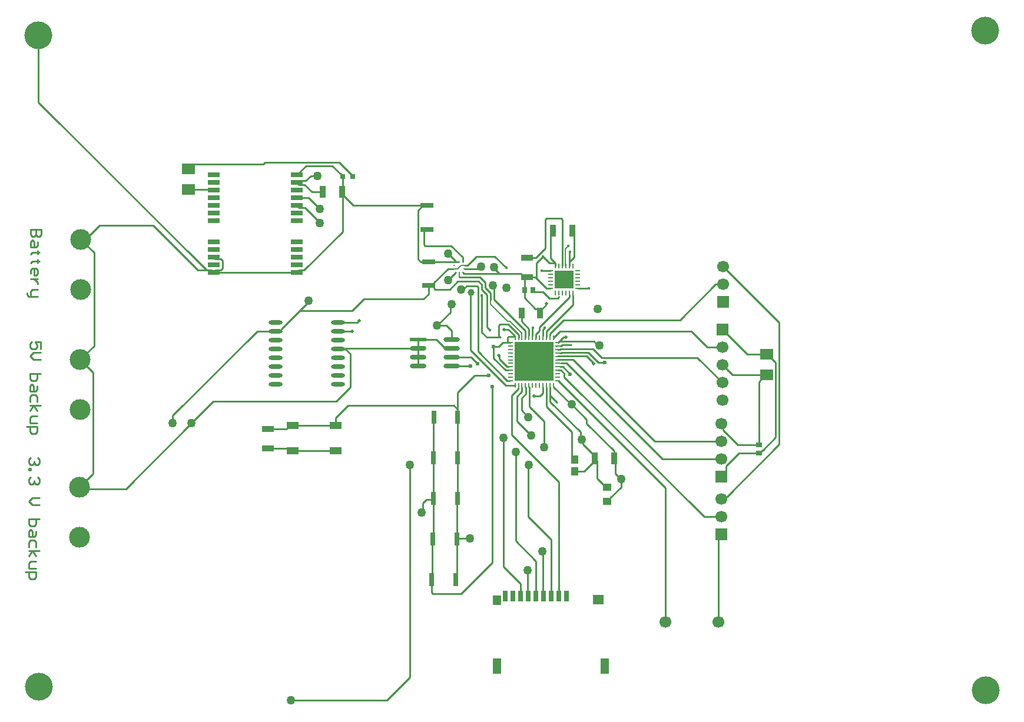
<source format=gbr>
%TF.GenerationSoftware,Altium Limited,Altium Designer,25.8.1 (18)*%
G04 Layer_Physical_Order=1*
G04 Layer_Color=255*
%FSLAX45Y45*%
%MOMM*%
%TF.SameCoordinates,56FEC790-4A4F-4F9A-8951-50DBF4044865*%
%TF.FilePolarity,Positive*%
%TF.FileFunction,Copper,L1,Top,Signal*%
%TF.Part,Single*%
G01*
G75*
%TA.AperFunction,Conductor*%
%ADD10C,0.25400*%
%TA.AperFunction,SMDPad,CuDef*%
%ADD11O,0.25000X0.80000*%
%ADD12R,0.95606X1.60981*%
%ADD13R,0.27500X0.25000*%
%ADD14R,0.25000X0.27500*%
%ADD15R,0.25000X0.80000*%
%ADD16R,2.70000X2.60000*%
%ADD17R,0.80000X0.25000*%
%ADD18R,5.60000X5.60000*%
%ADD19O,0.80000X0.25000*%
%ADD20R,0.70000X1.60000*%
%ADD21R,1.80000X0.80000*%
%ADD22O,2.00000X0.60000*%
G04:AMPARAMS|DCode=23|XSize=2.37707mm|YSize=0.62213mm|CornerRadius=0.31107mm|HoleSize=0mm|Usage=FLASHONLY|Rotation=0.000|XOffset=0mm|YOffset=0mm|HoleType=Round|Shape=RoundedRectangle|*
%AMROUNDEDRECTD23*
21,1,2.37707,0.00000,0,0,0.0*
21,1,1.75494,0.62213,0,0,0.0*
1,1,0.62213,0.87747,0.00000*
1,1,0.62213,-0.87747,0.00000*
1,1,0.62213,-0.87747,0.00000*
1,1,0.62213,0.87747,0.00000*
%
%ADD23ROUNDEDRECTD23*%
%ADD24R,1.01213X1.15814*%
%ADD25R,0.95000X1.70000*%
%ADD26R,1.85822X1.60376*%
%ADD27R,0.90000X0.75000*%
%ADD28R,1.25000X1.00000*%
%ADD29R,1.90620X0.75620*%
%ADD30R,0.75620X1.90620*%
%ADD31R,1.70000X0.95000*%
%ADD32R,0.75000X0.90000*%
%ADD33R,2.37707X0.62213*%
%ADD34R,0.70000X0.80000*%
%ADD35R,1.80000X1.10000*%
%ADD36R,1.20000X1.40000*%
%ADD37R,1.20000X2.20000*%
%ADD38R,1.60000X1.40000*%
%TA.AperFunction,Conductor*%
%ADD39C,0.12700*%
%TA.AperFunction,NonConductor*%
%ADD40C,0.25400*%
%TA.AperFunction,ComponentPad*%
%ADD41C,1.70000*%
%ADD42R,1.70000X1.70000*%
%TA.AperFunction,ViaPad*%
%ADD43C,4.00000*%
%ADD44C,1.27000*%
%ADD45C,0.50000*%
%ADD46C,0.40000*%
%ADD47C,1.00000*%
%ADD48C,0.60000*%
%ADD49C,0.30000*%
%ADD50C,3.00000*%
D10*
X12817052Y6134962D02*
G03*
X12819005Y6136960I-87052J87038D01*
G01*
X9245007Y8989614D02*
X9272500D01*
X9215193Y8959800D02*
X9245007Y8989614D01*
X9031986Y8888014D02*
X9540743D01*
X9262786Y8837214D02*
X9334100Y8765900D01*
X8960001Y8837214D02*
X9262786D01*
X9036050Y8959800D02*
X9215193D01*
X9122701Y7793952D02*
X9631652Y7285000D01*
X9122701Y7793952D02*
Y8614720D01*
X9288800Y8043700D02*
Y8576667D01*
Y8043700D02*
X9357500Y7975000D01*
X10120108Y8352688D02*
X10217500Y8450079D01*
Y8455467D01*
X9230700Y7770242D02*
Y8696021D01*
X9215821Y8710900D02*
X9230700Y8696021D01*
Y7770242D02*
X9651200Y7349741D01*
X9068186Y8710900D02*
X9215821D01*
X9540743Y8888014D02*
X9854486D01*
X9859892Y8201410D02*
X9964200Y8097101D01*
Y8000000D02*
Y8097101D01*
X9859892Y8201410D02*
Y8320000D01*
X9360800Y8119200D02*
Y8586832D01*
X9411600Y8508400D02*
Y8607874D01*
X9334100Y8685374D02*
X9411600Y8607874D01*
X9283300Y8664332D02*
X9360800Y8586832D01*
X9334100Y8685374D02*
Y8765900D01*
X9283300Y8664332D02*
Y8732918D01*
X9019853Y8662567D02*
X9068186Y8710900D01*
X9122701Y8614720D02*
X9130781Y8622800D01*
X8992360Y8662567D02*
X9019853D01*
X8828400Y8665900D02*
X8940111Y8777611D01*
X9188276D01*
X9188332Y8777555D01*
X9238663D01*
X9283300Y8732918D01*
X8617489Y8665900D02*
X8828400D01*
X8802500Y8801650D02*
X8909800Y8908950D01*
X9475000Y9135000D02*
X9637500Y8972500D01*
X9210000Y9135000D02*
X9475000D01*
X9085600Y9010600D02*
X9210000Y9135000D01*
X10219219Y8679400D02*
X10275000D01*
X7285000Y10027500D02*
Y10290000D01*
Y10295000D01*
X9886110Y8860900D02*
X9907009Y8840000D01*
X9854486Y8888014D02*
X9881600Y8860900D01*
X9886110D01*
X9010200Y8909800D02*
X9031986Y8888014D01*
X8520000Y8717500D02*
X8557500D01*
X8577500D02*
X8602610Y8742610D01*
Y8762610D02*
X8800000Y8960000D01*
X8854869D01*
X8557500Y8717500D02*
X8577500D01*
X8602610Y8742610D02*
Y8762610D01*
X8577500Y8717500D02*
X8602610Y8692390D01*
Y8680779D02*
X8617489Y8665900D01*
X8602610Y8680779D02*
Y8692390D01*
X9357500Y7975000D02*
X9553100D01*
X9360800Y8119200D02*
X9405000Y8075000D01*
X9462400Y8515100D02*
X9911325Y8066175D01*
X9462400Y8515100D02*
Y8705100D01*
X9532500Y7995600D02*
Y8145121D01*
X9547379Y8160000D01*
X9669060D01*
X6754801Y10227301D02*
X6827500Y10300000D01*
X6657301Y10227301D02*
X6754801D01*
X6827500Y10300000D02*
X6920000D01*
X6630000Y10200001D02*
X6657301Y10227301D01*
X6140252Y10465049D02*
X6166002Y10490800D01*
X5070000Y10397561D02*
X5137488Y10465049D01*
X7135000Y10440000D02*
X7257700Y10317300D01*
X7239201Y10490800D02*
X7435000Y10295000D01*
X6760000Y10440000D02*
X7135000D01*
X5137488Y10465049D02*
X6140252D01*
X6166002Y10490800D02*
X7239201D01*
X6630000Y10310001D02*
X6760000Y10440000D01*
X8756505Y9060600D02*
X8909800D01*
X8910000Y9060400D01*
Y9060000D02*
Y9060400D01*
X9532500Y7995600D02*
X9553100Y7975000D01*
X6745478Y9842700D02*
X6960000Y9628179D01*
Y9622500D02*
Y9628179D01*
X6799999Y9980001D02*
X6957500Y9822500D01*
X6630000Y9980001D02*
X6799999D01*
X6657301Y9842700D02*
X6745478D01*
X6792500Y8480000D02*
Y8497500D01*
X6670000Y8357500D02*
X6792500Y8480000D01*
X7257700Y10317300D02*
X7262700D01*
X7285000Y10295000D01*
X6657301Y10172701D02*
X6739800D01*
X6842500Y10070000D02*
X7000000D01*
X6739800Y10172701D02*
X6842500Y10070000D01*
X6057500Y8065000D02*
X6383138D01*
X6407754Y8089617D02*
Y8095254D01*
X6670000Y8357500D02*
X7422500D01*
X6383138Y8065000D02*
X6407754Y8089617D01*
Y8095254D02*
X6670000Y8357500D01*
X8933564Y5073004D02*
Y5653004D01*
X9462500Y8968987D02*
Y8985000D01*
Y8968987D02*
X9540743Y8890743D01*
X9886110Y8860900D02*
X9919100D01*
X9940000Y8840000D01*
X9040731Y9010600D02*
X9085600D01*
X9655000Y7900000D02*
Y7970121D01*
X12800542Y6118451D02*
X12817052Y6134962D01*
X9457500Y7847500D02*
X9460600Y7844400D01*
X8568454Y5637533D02*
X8593564Y5662643D01*
X13380000Y7727561D02*
X13392725D01*
X13101088D02*
X13380000D01*
X9457500Y7844400D02*
Y7847500D01*
Y7671600D02*
Y7844400D01*
X10545000Y9057500D02*
X10612500Y9125000D01*
X10587500Y9510000D02*
X10612500Y9485000D01*
X10545000Y9057500D02*
Y9193549D01*
X10612500Y9125000D02*
Y9485000D01*
X10555000Y9203549D02*
Y9207500D01*
X10545000Y9193549D02*
X10555000Y9203549D01*
X10075000Y9040000D02*
X10167500Y9132500D01*
X10075000Y8823619D02*
Y9040000D01*
X10150000Y8932500D02*
X10152300Y8930200D01*
X10274800D01*
X10275000Y8930000D01*
X10141160Y8757459D02*
X10219219Y8679400D01*
X10058618Y8840000D02*
X10075000Y8823619D01*
X10141160Y8757459D01*
X10400757Y7915300D02*
X10460751Y7975293D01*
X10487793D02*
X10492500Y7980000D01*
X10460751Y7975293D02*
X10487793D01*
X12135000Y8225000D02*
X12644664Y8734664D01*
X10460000Y8225000D02*
X12135000D01*
X10265000Y8030000D02*
X10460000Y8225000D01*
X10410000Y8057500D02*
X12302501D01*
X10317500Y7965000D02*
X10410000Y8057500D01*
X12302501D02*
X12529144Y7830857D01*
X9911325Y8017735D02*
Y8066175D01*
X10257500Y9042500D02*
X10344400D01*
X10167500Y9132500D02*
X10257500Y9042500D01*
X8941064Y6828004D02*
Y7183563D01*
X10665000Y8680000D02*
X10822500D01*
X10212379Y9682500D02*
X10430121D01*
X10445000Y9087500D02*
X10445000Y9087500D01*
X10430121Y9682500D02*
X10445000Y9667621D01*
Y9087500D02*
Y9667621D01*
X10445000Y9000000D02*
Y9087500D01*
X10725000Y6502500D02*
X10744440Y6483060D01*
X10706058Y6521442D02*
X10725000Y6502500D01*
X10063100Y9120000D02*
X10197500Y9254400D01*
X9940000Y9120000D02*
X10063100D01*
X10197500Y9254400D02*
Y9667621D01*
X10277500Y9109400D02*
Y9480000D01*
X10345000Y9000000D02*
Y9042500D01*
X10277500Y9109400D02*
X10344400Y9042500D01*
X10277500Y9480000D02*
X10307500Y9510000D01*
X10163400Y8015660D02*
Y8085902D01*
X10165208Y8173826D02*
X10544800Y8553418D01*
X10165208Y8173826D02*
X10165208D01*
X10065800Y8018960D02*
X10112600Y8065760D01*
X10163400Y8085902D02*
X10189274Y8111775D01*
X10112600Y8121218D02*
X10165208Y8173826D01*
X10112600Y8065760D02*
Y8121218D01*
X10189274Y8111775D02*
Y8115726D01*
X10163400Y8015660D02*
X10165000Y8014059D01*
X10214400Y7980552D02*
Y7980552D01*
X10214200Y7980752D02*
X10214400Y7980552D01*
X10595600Y8439887D02*
Y8580000D01*
X10214200Y8058487D02*
X10595600Y8439887D01*
X10214200Y7980752D02*
Y8058487D01*
X10265000Y8001794D02*
Y8030000D01*
X9911325Y8017735D02*
X9915600Y8013459D01*
Y7965800D02*
Y8013459D01*
X10015000Y8096849D02*
X10022300Y8104149D01*
Y8108100D01*
X10015000Y7992300D02*
Y8096849D01*
X9607500Y8087500D02*
X9669718D01*
X9757059Y8000159D01*
X9225567Y7594778D02*
Y7597863D01*
X9136929Y7686500D02*
X9225567Y7597863D01*
X10385458Y7900000D02*
X10400757Y7915300D01*
X10380000Y7900000D02*
X10385458D01*
X10407300Y7750000D02*
X10429059D01*
X10437359Y7758300D02*
X10632884D01*
X10632884Y7758300D01*
X10429059Y7750000D02*
X10437359Y7758300D01*
X10965512Y7614400D02*
X11057500D01*
X10821612Y7758300D02*
X10965512Y7614400D01*
X10632884Y7758300D02*
X10821612D01*
X9772500Y5045000D02*
Y6322500D01*
Y5045000D02*
X10064600Y4752900D01*
Y4250825D02*
Y4752900D01*
X9865000Y7195000D02*
Y7255000D01*
X9790900Y7120900D02*
X9865000Y7195000D01*
X9790900Y6766600D02*
Y7120900D01*
Y6766600D02*
X9997500Y6560000D01*
X6630000Y9870001D02*
X6657301Y9842700D01*
X9631652Y7285000D02*
X9765001D01*
X10386259Y7800800D02*
X10408018D01*
X10416317Y7809100D01*
X10437500Y7809100D02*
Y7809100D01*
X10416317D02*
X10437500D01*
X10385459Y7800000D02*
X10386259Y7800800D01*
X10380000Y7800000D02*
X10385459D01*
X11012500Y7682500D02*
X12384149D01*
X12743793Y7322857D01*
X10885900Y7809100D02*
X11012500Y7682500D01*
X10437500Y7809100D02*
X10885900D01*
X10165000Y7175800D02*
Y7257700D01*
X10121900Y7132700D02*
X10165000Y7175800D01*
X10042500Y7132700D02*
X10121900D01*
X7222500Y8192000D02*
X7495343D01*
X7513343Y8210000D01*
X7520000D01*
X11884307Y6222000D02*
X12730000D01*
X10420000Y7600600D02*
X10505707D01*
X11884307Y6222000D01*
X9597500Y4672501D02*
Y6527500D01*
Y4672501D02*
X9844600Y4425401D01*
Y4250825D02*
Y4425401D01*
X9860000Y7102500D02*
X9916600Y7159100D01*
Y7257500D01*
X9860000Y6922500D02*
Y7102500D01*
Y6922500D02*
X9955000Y6827500D01*
X9651541Y7349400D02*
X9687500D01*
X9651200Y7349741D02*
X9651200D01*
X9651541Y7349400D01*
X9785960Y7206900D02*
X9814200Y7235141D01*
X9720000Y7142145D02*
X9784755Y7206900D01*
X9814200Y7235141D02*
Y7245678D01*
X9784755Y7206900D02*
X9785960D01*
X9720000Y6570000D02*
X10394600Y5895400D01*
Y4250825D02*
Y5895400D01*
X9720000Y6570000D02*
Y7142145D01*
X10380000Y7651400D02*
X10596099D01*
X11771500Y6476000D02*
X12730000D01*
X10596099Y7651400D02*
X11771500Y6476000D01*
X10407300Y7549800D02*
X10451101D01*
X10554400Y7446502D01*
Y7440000D02*
Y7446502D01*
X8851753Y7686500D02*
X9136929D01*
X10544800Y8553418D02*
Y8582700D01*
X10065800Y7965000D02*
Y8018960D01*
X10380000Y7499000D02*
X10430059D01*
X12487500Y5390000D02*
X12730000D01*
X10473746Y7403754D02*
X12487500Y5390000D01*
X10473746Y7403754D02*
Y7455314D01*
X10430059Y7499000D02*
X10473746Y7455314D01*
X10582500Y6272786D02*
X10584593Y6270692D01*
Y6250606D02*
Y6270692D01*
X10582500Y6272786D02*
Y6611842D01*
X10215800Y6978542D02*
Y7257500D01*
X10584593Y6250606D02*
X10622500Y6212699D01*
X10215800Y6978542D02*
X10582500Y6611842D01*
X10380000Y7702200D02*
X10790300D01*
X10892500Y7595000D02*
Y7600000D01*
X10790300Y7702200D02*
X10892500Y7600000D01*
X10389466Y7349400D02*
X11930000Y5808866D01*
Y3882500D02*
Y5808866D01*
X9952500Y5397500D02*
Y6130000D01*
Y5397500D02*
X10284600Y5065400D01*
X9952500Y6130000D02*
X9965000Y6142500D01*
X10284600Y4250825D02*
Y5065400D01*
X9967400Y6977600D02*
X10182500Y6762500D01*
X9967400Y6977600D02*
Y7255000D01*
X10182500Y6395000D02*
Y6762500D01*
X10214400Y7980552D02*
X10214800Y7980152D01*
X12644664Y8734664D02*
X12746002D01*
X12752885Y8741546D01*
X9447500Y8720000D02*
X9462400Y8705100D01*
X9669060Y8160000D02*
X9815200Y8013860D01*
X11205000Y6011645D02*
X11279145Y5937500D01*
X11288060Y5818060D02*
Y5933060D01*
X11205000Y6011645D02*
Y6217500D01*
X11279145Y5937500D02*
X11292500D01*
X11288060Y5933060D02*
X11292500Y5937500D01*
X11134800Y5664800D02*
X11288060Y5818060D01*
X5430000Y8910000D02*
X6630000D01*
X4842500Y6850000D02*
X6057500Y8065000D01*
X9533132Y7844400D02*
X9588732Y7900000D01*
X9460600Y7844400D02*
X9533132D01*
X9588732Y7900000D02*
X9655000D01*
X9907009Y8840000D02*
X9934800D01*
X9120350Y7559750D02*
X9120600Y7560000D01*
X8852003Y7559750D02*
X9120350D01*
X8851753Y7559500D02*
X8852003Y7559750D01*
X10120108Y8350585D02*
Y8352688D01*
X9457500Y7671600D02*
X9629099Y7500000D01*
X9537207Y7663734D02*
X9649718Y7551223D01*
X9532500Y7715000D02*
X9537207Y7710293D01*
Y7663734D02*
Y7710293D01*
X9187500Y7430000D02*
X9387500D01*
X10085005Y8385687D02*
X10120108Y8350585D01*
X10054421Y8385687D02*
X10085005D01*
X10120108Y8320000D02*
Y8350585D01*
X8833060Y8430660D02*
X8852500Y8450100D01*
X8833060Y8333060D02*
Y8430660D01*
X8645000Y8145000D02*
X8833060Y8333060D01*
X9900000Y8540108D02*
X10054421Y8385687D01*
X9900000Y8540108D02*
Y8657500D01*
Y8805200D01*
X9655000Y7970121D02*
X9669879Y7985000D01*
X9764400D01*
X9815200Y7965200D02*
Y8013860D01*
X9815000Y7965000D02*
X9815200Y7965200D01*
X12529144Y7830857D02*
X12743793D01*
X10165000Y7992300D02*
Y8014059D01*
X7222500Y8065000D02*
X7223750Y8063750D01*
X7418750D02*
X7420000Y8062500D01*
X7223750Y8063750D02*
X7418750D01*
X10572501Y7007500D02*
X10577500D01*
X10315200Y7257900D02*
X10322101D01*
X10577500Y7007500D02*
X10794440Y6790560D01*
X10322101Y7257900D02*
X10572501Y7007500D01*
X10794440Y6733060D02*
Y6790560D01*
Y6733060D02*
X11186779Y6340721D01*
X10955007Y7860000D02*
X10982500D01*
X10899708Y7915300D02*
X10955007Y7860000D01*
X12743793Y8084857D02*
X13101088Y7727561D01*
X10400757Y7915300D02*
X10899708D01*
X13392725Y7727561D02*
X13511012Y7609274D01*
X10545000Y9000000D02*
Y9057500D01*
X9655000Y7900000D02*
X9700000D01*
X9629099Y7500000D02*
X9672700D01*
X13511012Y6534630D02*
Y7609274D01*
X13330782Y6354400D02*
X13511012Y6534630D01*
X13321899Y6354400D02*
X13330782D01*
X13277499Y6310000D02*
X13321899Y6354400D01*
X13270000Y6310000D02*
X13277499D01*
X12970120Y6295121D02*
X12985001Y6310000D01*
X13270000D01*
X12819005Y6136960D02*
X12970120Y6295121D01*
X12800542Y6108653D02*
X12800542Y6118451D01*
X12800542Y6038541D02*
Y6108653D01*
X12730000Y5968000D02*
X12800542Y6038541D01*
X11186779Y6235721D02*
X11190000Y6232500D01*
X11205000Y6217500D01*
X11186779Y6235721D02*
Y6340721D01*
X11134800Y5652300D02*
Y5664800D01*
X11097500Y5615000D02*
X11134800Y5652300D01*
X11085000Y5615000D02*
X11097500D01*
X10164800Y4260625D02*
X10174600Y4250825D01*
X10155000Y4895000D02*
X10164800Y4885200D01*
Y4260625D02*
Y4885200D01*
X8854869Y8960000D02*
X8855469Y8959400D01*
X8879270D01*
X8520000Y8597500D02*
Y8717500D01*
X8450000Y8527500D02*
X8520000Y8597500D01*
X7422500Y8357500D02*
X7592500Y8527500D01*
X6630000Y10200001D02*
X6657301Y10172701D01*
X7592500Y8527500D02*
X8450000D01*
X8594814Y6826754D02*
X8596064Y6828004D01*
X8594814Y6239254D02*
Y6826754D01*
X8593564Y6238004D02*
X8594814Y6239254D01*
X8593564Y5662643D02*
Y6238004D01*
X9437500Y4730000D02*
Y7265000D01*
X8588564Y5073004D02*
Y5653004D01*
X8593564Y5658004D01*
X8583564Y5068004D02*
X8588564Y5073004D01*
X8573564Y4498004D02*
Y5058004D01*
X8992500Y4285000D02*
X9437500Y4730000D01*
X8578443Y4285000D02*
X8992500D01*
X8573564Y5058004D02*
X8583564Y5068004D01*
X8563564Y4488004D02*
X8573564Y4498004D01*
X8563564Y4299879D02*
X8578443Y4285000D01*
X8436940Y5586940D02*
X8487533Y5637533D01*
X8568454D01*
X8436940Y5471940D02*
Y5586940D01*
X8417500Y5452500D02*
X8436940Y5471940D01*
X4842500Y6740000D02*
Y6850000D01*
X8563564Y4299879D02*
Y4488004D01*
X10441259Y7862200D02*
X10572500D01*
X10429060Y7850001D02*
X10441259Y7862200D01*
X10266600Y7048400D02*
X10706058Y6608942D01*
Y6521442D02*
Y6608942D01*
X10266600Y7048400D02*
Y7137500D01*
X10270000D02*
X10370000Y7037500D01*
X10266600Y7137500D02*
X10270000D01*
X10266600D02*
Y7234341D01*
X12743793Y7576857D02*
X12888210Y7432439D01*
X13270000Y7335163D02*
X13367278Y7432439D01*
X13380000D01*
X12888210D02*
X13367278D01*
X10407300Y7850001D02*
X10429060D01*
X10141160Y8757459D02*
Y8757459D01*
X9940000Y8840000D02*
X10058618D01*
X9900000Y8805200D02*
X9934800Y8840000D01*
X10265000Y7235941D02*
Y7257700D01*
X9649718Y7551223D02*
X9677500D01*
X12730000Y6730000D02*
X12757668Y6702332D01*
Y6642332D02*
Y6702332D01*
X13270000Y6430000D02*
Y7335163D01*
X12757668Y6642332D02*
X12970000Y6430000D01*
X13270000D01*
X10744440Y6435560D02*
X10910000Y6270000D01*
Y6232500D02*
Y6270000D01*
X10744440Y6435560D02*
Y6483060D01*
X10265000Y7235941D02*
X10266600Y7234341D01*
X10944800Y6145521D02*
X10945000Y6145321D01*
X10944800Y6145521D02*
Y6197700D01*
X10945000Y5942500D02*
Y6145321D01*
X10910000Y6195000D02*
Y6232500D01*
X10944800Y6197700D01*
X12690000Y5096000D02*
X12730000Y5136000D01*
X12690000Y3882500D02*
Y5096000D01*
X10945000Y5942500D02*
X11072500Y5815000D01*
X11085000D01*
X10762301Y6047301D02*
X10910000Y6195000D01*
X10622500Y6047301D02*
X10762301D01*
X9948550Y4256875D02*
X9954600Y4250825D01*
X9942500Y4625000D02*
X9948550Y4618950D01*
Y4256875D02*
Y4618950D01*
X8910000Y9060400D02*
Y9072500D01*
X8802500Y9180000D02*
X8910000Y9072500D01*
X8442500Y9872500D02*
X8500000D01*
X7440000D02*
X8442500D01*
X8366590Y9796590D02*
X8442500Y9872500D01*
X8518735Y9063765D02*
X8520000Y9062500D01*
X8522501Y9060000D01*
X8366590Y9098644D02*
X8401469Y9063765D01*
X8518735D01*
X8910000Y9060000D02*
X8957500D01*
X8755905Y9060000D02*
X8756505Y9060600D01*
X8522501Y9060000D02*
X8755905D01*
X8637007Y7940500D02*
X8764007Y7813500D01*
X8851753D01*
X8368247Y7940500D02*
X8637007D01*
X7285000Y10027500D02*
X7440000Y9872500D01*
X8366590Y9098644D02*
Y9796590D01*
X7285000Y9491118D02*
Y10027500D01*
X6731182Y8937301D02*
X7285000Y9491118D01*
X3792179Y9582500D02*
X4557500D01*
X3589679Y9380000D02*
X3792179Y9582500D01*
X3522500Y9380000D02*
X3589679D01*
X2910000Y11356119D02*
Y12320001D01*
X4557500Y9582500D02*
X5202700Y8937301D01*
X2910000Y11356119D02*
X5328818Y8937301D01*
X3710600Y7853100D02*
Y9191900D01*
X3522500Y9380000D02*
X3710600Y9191900D01*
X6630000Y8910000D02*
X6657301Y8937301D01*
X5531182D02*
X5558100Y8964219D01*
X6657301Y8937301D02*
X6731182D01*
X5531182Y9102700D02*
X5558100Y9075782D01*
Y8964219D02*
Y9075782D01*
X8368247Y7813500D02*
Y7940500D01*
X8366997Y7812250D02*
X8368247Y7813500D01*
X7321500Y7812250D02*
X8366997D01*
X7222500Y7811000D02*
X7321500D01*
X5430000Y9130001D02*
X5457300Y9102700D01*
X5531182D01*
X5202700Y8937301D02*
X5328818D01*
X5402700D01*
X5457300D02*
X5531182D01*
X5402700D02*
X5430000Y8910000D01*
X5457300Y8937301D01*
X8941064Y7183563D02*
X9187500Y7430000D01*
X8941064Y6794764D02*
Y6828004D01*
X8938564Y6238004D02*
X8939814Y6239254D01*
Y6794764D01*
X8938564Y5658004D02*
Y6238004D01*
X8368247Y7686500D02*
Y7813500D01*
Y7559500D02*
Y7686500D01*
X8887500Y6992500D02*
X8933465Y6946535D01*
X7360000Y6992500D02*
X8887500D01*
X7195000Y7052500D02*
X7395000Y7252500D01*
X8943060Y5082500D02*
X9115000D01*
X8933564Y5073004D02*
X8943060Y5082500D01*
X8933564Y5653004D02*
X8938564Y5658004D01*
X8928564Y4508004D02*
Y5068004D01*
X8908564Y4488004D02*
X8928564Y4508004D01*
X7395000Y7252500D02*
Y7737500D01*
X7321500Y7811000D02*
X7395000Y7737500D01*
X7187500Y6820000D02*
X7360000Y6992500D01*
X6532500Y6710000D02*
X6567500D01*
X7187500D02*
Y6820000D01*
X6567500Y6710000D02*
X7187500D01*
X6477500Y6655000D02*
X6532500Y6710000D01*
X5110000Y6737500D02*
X5425000Y7052500D01*
X3512500Y7655000D02*
X3710600Y7853100D01*
X5425000Y7052500D02*
X7195000D01*
X3512500Y7655000D02*
X3700600Y7466900D01*
X6207500Y6655000D02*
X6477500D01*
X3700600Y6010600D02*
Y7466900D01*
X4167500Y5795000D02*
X5110000Y6737500D01*
X3505000Y5815000D02*
X3700600Y6010600D01*
X3525000Y5795000D02*
X4167500D01*
X3505000Y5815000D02*
X3525000Y5795000D01*
X6567500Y6340000D02*
X7187500D01*
X10395000Y8553618D02*
Y8562500D01*
X10373282Y8531900D02*
X10395000Y8553618D01*
X10255691Y8531900D02*
X10373282D01*
X10162391Y8625200D02*
X10255691Y8531900D01*
X10044800Y8625200D02*
X10162391D01*
X10020000Y8650000D02*
X10044800Y8625200D01*
X10020000Y8650000D02*
Y8657500D01*
X12808774Y5683645D02*
X12813644D01*
X13561812Y6431812D01*
Y8186619D01*
X12769129Y5644000D02*
X12808774Y5683645D01*
X12730000Y5644000D02*
X12769129D01*
X12752885Y8995546D02*
X13561812Y8186619D01*
X10197500Y9667621D02*
X10212379Y9682500D01*
X8775000Y8145000D02*
X8851753Y8068247D01*
X8645000Y8145000D02*
X8775000D01*
X8851753Y7940500D02*
Y8068247D01*
X8457500Y9302379D02*
Y9502390D01*
X8472379Y9287500D02*
X8847500D01*
X8457500Y9302379D02*
X8472379Y9287500D01*
X8847500D02*
X9010000Y9125000D01*
X8482610Y9527500D02*
X8500000D01*
X8457500Y9502390D02*
X8482610Y9527500D01*
X9010000Y9060000D02*
Y9125000D01*
X8255000Y3085000D02*
Y6135000D01*
X7920000Y2750000D02*
X8255000Y3085000D01*
X6540000Y2750000D02*
X7920000D01*
X6532500Y6375000D02*
X6567500Y6340000D01*
X6207500Y6375000D02*
X6532500D01*
X7435000Y10290000D02*
Y10295000D01*
X5417562Y10102439D02*
X5430000Y10090001D01*
X5070000Y10102439D02*
X5417562D01*
D11*
X9965000Y7965000D02*
D03*
X10115000D02*
D03*
Y7285000D02*
D03*
X10065000D02*
D03*
X10015000D02*
D03*
X9765001D02*
D03*
X9865000D02*
D03*
X9815000Y7965000D02*
D03*
X10265000Y7285000D02*
D03*
X10165000D02*
D03*
X10315000D02*
D03*
X9765001Y7965000D02*
D03*
X9915000Y7285000D02*
D03*
X9815000D02*
D03*
X10165000Y7965000D02*
D03*
X9915000D02*
D03*
X10215000Y7285000D02*
D03*
X10065000Y7965000D02*
D03*
X10015000D02*
D03*
X9865000D02*
D03*
X9965000Y7285000D02*
D03*
X10315000Y7965000D02*
D03*
X10265000D02*
D03*
X10215000D02*
D03*
D12*
X9859892Y8320000D02*
D03*
X10120108D02*
D03*
D13*
X8885000Y9010000D02*
D03*
Y8960000D02*
D03*
X9035000Y9010000D02*
D03*
Y8960000D02*
D03*
D14*
X9010000Y9060000D02*
D03*
Y8910000D02*
D03*
X8910000D02*
D03*
Y9060000D02*
D03*
X8960000D02*
D03*
Y8910000D02*
D03*
D15*
X10445000Y9000000D02*
D03*
X10495000Y8610000D02*
D03*
X10445000D02*
D03*
X10345000D02*
D03*
X10395000Y9000000D02*
D03*
X10595000D02*
D03*
X10395000Y8610000D02*
D03*
X10345000Y9000000D02*
D03*
X10495000D02*
D03*
X10545000D02*
D03*
Y8610000D02*
D03*
X10595000D02*
D03*
D16*
X10470000Y8805000D02*
D03*
D17*
X10275000Y8730000D02*
D03*
Y8780000D02*
D03*
Y8830000D02*
D03*
Y8880000D02*
D03*
X10665000Y8930000D02*
D03*
Y8880000D02*
D03*
Y8830000D02*
D03*
Y8780000D02*
D03*
Y8730000D02*
D03*
X10275000Y8680000D02*
D03*
X10665000D02*
D03*
X10275000Y8930000D02*
D03*
D18*
X10040000Y7625000D02*
D03*
D19*
X10380000Y7450000D02*
D03*
Y7400000D02*
D03*
X9700000D02*
D03*
Y7450000D02*
D03*
Y7600000D02*
D03*
Y7650000D02*
D03*
Y7700000D02*
D03*
Y7750000D02*
D03*
Y7800000D02*
D03*
Y7850000D02*
D03*
X10380000Y7750000D02*
D03*
X9700000Y7550000D02*
D03*
X10380000Y7850000D02*
D03*
Y7800000D02*
D03*
X9700000Y7900000D02*
D03*
Y7500000D02*
D03*
X10380000Y7900000D02*
D03*
X9700000Y7350000D02*
D03*
X10380000Y7600000D02*
D03*
Y7550000D02*
D03*
Y7650000D02*
D03*
Y7500000D02*
D03*
Y7350000D02*
D03*
Y7700000D02*
D03*
D20*
X10064600Y4250825D02*
D03*
X9844600D02*
D03*
X10394600D02*
D03*
X10284600D02*
D03*
X10174600D02*
D03*
X9954600D02*
D03*
X10504600D02*
D03*
X9734600D02*
D03*
X9624600D02*
D03*
D21*
X6630000Y9870001D02*
D03*
Y9980001D02*
D03*
Y10200001D02*
D03*
Y10310001D02*
D03*
Y8910000D02*
D03*
X5430000Y9130001D02*
D03*
Y8910000D02*
D03*
Y10310001D02*
D03*
Y10200001D02*
D03*
Y10090001D02*
D03*
Y9980001D02*
D03*
Y9870001D02*
D03*
Y9760001D02*
D03*
Y9650001D02*
D03*
Y9350001D02*
D03*
Y9240001D02*
D03*
Y9020001D02*
D03*
X6630000Y10090001D02*
D03*
Y9760001D02*
D03*
Y9650001D02*
D03*
Y9350001D02*
D03*
Y9240001D02*
D03*
Y9130001D02*
D03*
Y9020001D02*
D03*
D22*
X7222500Y8192000D02*
D03*
Y8065000D02*
D03*
X6322500D02*
D03*
X7222500Y7811000D02*
D03*
X6322500Y8192000D02*
D03*
Y7938000D02*
D03*
Y7811000D02*
D03*
Y7684000D02*
D03*
Y7557000D02*
D03*
Y7430000D02*
D03*
Y7303000D02*
D03*
X7222500Y7938000D02*
D03*
Y7684000D02*
D03*
Y7557000D02*
D03*
Y7430000D02*
D03*
Y7303000D02*
D03*
D23*
X8851753Y7686500D02*
D03*
Y7559500D02*
D03*
Y7813500D02*
D03*
X8368247D02*
D03*
Y7686500D02*
D03*
Y7559500D02*
D03*
X8851753Y7940500D02*
D03*
D24*
X10622500Y6212699D02*
D03*
Y6047301D02*
D03*
D25*
X10587500Y9510000D02*
D03*
X11190000Y6232500D02*
D03*
X7000000Y10070000D02*
D03*
X10307500Y9510000D02*
D03*
X10910000Y6232500D02*
D03*
X7280000Y10070000D02*
D03*
D26*
X13380000Y7727561D02*
D03*
Y7432439D02*
D03*
X5070000Y10102439D02*
D03*
Y10397561D02*
D03*
D27*
X13270000Y6310000D02*
D03*
Y6430000D02*
D03*
D28*
X11085000Y5615000D02*
D03*
Y5815000D02*
D03*
D29*
X8520000Y8717500D02*
D03*
X8500000Y9872500D02*
D03*
X8520000Y9062500D02*
D03*
X8500000Y9527500D02*
D03*
D30*
X8596064Y6828004D02*
D03*
X8593564Y6238004D02*
D03*
Y5658004D02*
D03*
X8583564Y5068004D02*
D03*
X8563564Y4488004D02*
D03*
X8941064Y6828004D02*
D03*
X8938564Y5658004D02*
D03*
Y6238004D02*
D03*
X8928564Y5068004D02*
D03*
X8908564Y4488004D02*
D03*
D31*
X9940000Y8840000D02*
D03*
X6207500Y6655000D02*
D03*
Y6375000D02*
D03*
X9940000Y9120000D02*
D03*
D32*
X9900000Y8657500D02*
D03*
X10020000D02*
D03*
D33*
X8368247Y7940500D02*
D03*
D34*
X7285000Y10290000D02*
D03*
X7435000D02*
D03*
D35*
X7187500Y6710000D02*
D03*
X6567500D02*
D03*
X7187500Y6340000D02*
D03*
X6567500D02*
D03*
D36*
X9504600Y4190825D02*
D03*
D37*
Y3240825D02*
D03*
X11054600Y3240825D02*
D03*
D38*
X10964600Y4200825D02*
D03*
D39*
X10368962Y7850001D02*
X10394356D01*
X8960001Y8837214D02*
Y8910000D01*
X9411600Y8453400D02*
X9660550Y8204450D01*
X9411600Y8453400D02*
Y8508400D01*
X8986651Y9010000D02*
X9035000D01*
X10489450Y9005550D02*
Y9105911D01*
X10489450Y9105912D02*
Y9249450D01*
X10489450Y9005550D02*
X10495000Y9000000D01*
X10489450Y9249450D02*
X10527500Y9287500D01*
X10489450Y9105912D02*
X10489450Y9105911D01*
X9660550Y8204450D02*
X9687472D01*
X9859650Y8032271D01*
X9862647Y7967354D02*
Y8003093D01*
X9859650Y8006090D02*
Y8032271D01*
X9862647Y7967354D02*
X9865000Y7965000D01*
X9859650Y8006090D02*
X9862647Y8003093D01*
X8885000Y8960000D02*
X8936650D01*
X8986651Y9010000D01*
X10363280Y7844319D02*
X10368962Y7850001D01*
X10363280Y7844251D02*
Y7844319D01*
D40*
X2956034Y9527100D02*
X2803683D01*
Y9450925D01*
X2829075Y9425533D01*
X2854467D01*
X2879859Y9450925D01*
Y9527100D01*
Y9450925D01*
X2905251Y9425533D01*
X2930642D01*
X2956034Y9450925D01*
Y9527100D01*
X2905251Y9349357D02*
Y9298574D01*
X2879859Y9273182D01*
X2803683D01*
Y9349357D01*
X2829075Y9374749D01*
X2854467Y9349357D01*
Y9273182D01*
X2930642Y9197007D02*
X2905251D01*
Y9222399D01*
Y9171615D01*
Y9197007D01*
X2829075D01*
X2803683Y9171615D01*
X2930642Y9070048D02*
X2905251D01*
Y9095440D01*
Y9044656D01*
Y9070048D01*
X2829075D01*
X2803683Y9044656D01*
Y8892306D02*
Y8943089D01*
X2829075Y8968481D01*
X2879859D01*
X2905251Y8943089D01*
Y8892306D01*
X2879859Y8866914D01*
X2854467D01*
Y8968481D01*
X2905251Y8816130D02*
X2803683D01*
X2854467D01*
X2879859Y8790738D01*
X2905251Y8765347D01*
Y8739955D01*
Y8663779D02*
X2829075D01*
X2803683Y8638388D01*
Y8562212D01*
X2778292D01*
X2752900Y8587604D01*
Y8612996D01*
X2803683Y8562212D02*
X2905251D01*
X2946034Y7803033D02*
Y7904600D01*
X2869859D01*
X2895251Y7853816D01*
Y7828425D01*
X2869859Y7803033D01*
X2819075D01*
X2793684Y7828425D01*
Y7879208D01*
X2819075Y7904600D01*
X2946034Y7752249D02*
X2844467D01*
X2793684Y7701466D01*
X2844467Y7650682D01*
X2946034D01*
Y7447548D02*
X2793684D01*
Y7371372D01*
X2819075Y7345980D01*
X2844467D01*
X2869859D01*
X2895251Y7371372D01*
Y7447548D01*
Y7269805D02*
Y7219022D01*
X2869859Y7193630D01*
X2793684D01*
Y7269805D01*
X2819075Y7295197D01*
X2844467Y7269805D01*
Y7193630D01*
X2895251Y7041279D02*
Y7117454D01*
X2869859Y7142846D01*
X2819075D01*
X2793684Y7117454D01*
Y7041279D01*
Y6990496D02*
X2946034D01*
X2844467D02*
X2895251Y6914320D01*
X2844467Y6990496D02*
X2793684Y6914320D01*
X2895251Y6838145D02*
X2819075D01*
X2793684Y6812753D01*
Y6736578D01*
X2895251D01*
X2742900Y6685794D02*
X2895251D01*
Y6609619D01*
X2869859Y6584227D01*
X2819075D01*
X2793684Y6609619D01*
Y6685794D01*
X2900642Y6244600D02*
X2926034Y6219208D01*
Y6168425D01*
X2900642Y6143033D01*
X2875251D01*
X2849859Y6168425D01*
Y6193816D01*
Y6168425D01*
X2824467Y6143033D01*
X2799075D01*
X2773684Y6168425D01*
Y6219208D01*
X2799075Y6244600D01*
X2773684Y6092249D02*
X2799075D01*
Y6066857D01*
X2773684D01*
Y6092249D01*
X2900642Y5965290D02*
X2926034Y5939898D01*
Y5889115D01*
X2900642Y5863723D01*
X2875251D01*
X2849859Y5889115D01*
Y5914507D01*
Y5889115D01*
X2824467Y5863723D01*
X2799075D01*
X2773684Y5889115D01*
Y5939898D01*
X2799075Y5965290D01*
X2926034Y5660589D02*
X2824467D01*
X2773684Y5609805D01*
X2824467Y5559022D01*
X2926034D01*
Y5355887D02*
X2773684D01*
Y5279712D01*
X2799075Y5254320D01*
X2824467D01*
X2849859D01*
X2875251Y5279712D01*
Y5355887D01*
Y5178145D02*
Y5127361D01*
X2849859Y5101969D01*
X2773684D01*
Y5178145D01*
X2799075Y5203537D01*
X2824467Y5178145D01*
Y5101969D01*
X2875251Y4949619D02*
Y5025794D01*
X2849859Y5051186D01*
X2799075D01*
X2773684Y5025794D01*
Y4949619D01*
Y4898835D02*
X2926034D01*
X2824467D02*
X2875251Y4822660D01*
X2824467Y4898835D02*
X2773684Y4822660D01*
X2875251Y4746485D02*
X2799075D01*
X2773684Y4721093D01*
Y4644917D01*
X2875251D01*
X2722900Y4594134D02*
X2875251D01*
Y4517958D01*
X2849859Y4492567D01*
X2799075D01*
X2773684Y4517958D01*
Y4594134D01*
D41*
X12743793Y7322857D02*
D03*
X12730000Y6222000D02*
D03*
Y6476000D02*
D03*
Y5390000D02*
D03*
X11930000Y3882500D02*
D03*
X12752885Y8741546D02*
D03*
X12743793Y7830857D02*
D03*
Y7576857D02*
D03*
X12730000Y6730000D02*
D03*
X12690000Y3882500D02*
D03*
X12752885Y8995546D02*
D03*
X12730000Y5644000D02*
D03*
X12743793Y7068857D02*
D03*
D42*
Y8084857D02*
D03*
X12730000Y5968000D02*
D03*
X12752885Y8487546D02*
D03*
X12730000Y5136000D02*
D03*
D43*
X16532500Y2892500D02*
D03*
X16525000Y12385001D02*
D03*
X2915000Y2945000D02*
D03*
X2910000Y12320001D02*
D03*
D44*
X9272500Y8989614D02*
D03*
X8802500Y8801650D02*
D03*
X8992360Y8662567D02*
D03*
X6920000Y10300000D02*
D03*
X6960000Y9622500D02*
D03*
X6957500Y9822500D02*
D03*
X6792500Y8497500D02*
D03*
X9462500Y8985000D02*
D03*
X10952500Y8380000D02*
D03*
X9772500Y6322500D02*
D03*
X9997500Y6560000D02*
D03*
X9597500Y6527500D02*
D03*
X9955000Y6827500D02*
D03*
X9965000Y6142500D02*
D03*
X10182500Y6395000D02*
D03*
X11292500Y5937500D02*
D03*
X9642500Y8690000D02*
D03*
X9447500Y8720000D02*
D03*
X8852500Y8450100D02*
D03*
X8645000Y8145000D02*
D03*
X10577500Y7007500D02*
D03*
X10982500Y7860000D02*
D03*
X10155000Y4895000D02*
D03*
X8417500Y5452500D02*
D03*
X4842500Y6740000D02*
D03*
X10725000Y6502500D02*
D03*
X9942500Y4625000D02*
D03*
X8802500Y9180000D02*
D03*
X9115000Y5082500D02*
D03*
X5110000Y6737500D02*
D03*
X8255000Y6135000D02*
D03*
X6540000Y2750000D02*
D03*
D45*
X10217500Y8455467D02*
D03*
X10492500Y7980000D02*
D03*
X9607500Y8087500D02*
D03*
X10260000Y7405000D02*
D03*
X10150001D02*
D03*
X10040000D02*
D03*
X9930000D02*
D03*
X9820000D02*
D03*
X10260000Y7515000D02*
D03*
X10150001D02*
D03*
X10040000D02*
D03*
X9930000D02*
D03*
X9820000D02*
D03*
X10260000Y7625000D02*
D03*
X10150001D02*
D03*
X10040000D02*
D03*
X9930000D02*
D03*
X9820000D02*
D03*
X10260000Y7735000D02*
D03*
X10150001D02*
D03*
X10040000D02*
D03*
X9930000D02*
D03*
X9820000D02*
D03*
X10260000Y7845000D02*
D03*
X10150001D02*
D03*
X10040000D02*
D03*
X9930000D02*
D03*
X9820000D02*
D03*
X10042500Y7132700D02*
D03*
X7520000Y8210000D02*
D03*
X10892500Y7595000D02*
D03*
X9532500Y7715000D02*
D03*
X7420000Y8062500D02*
D03*
D46*
X9288800Y8576667D02*
D03*
X9637500Y8972500D02*
D03*
X9405000Y8075000D02*
D03*
X10167500Y9132500D02*
D03*
X10150000Y8932500D02*
D03*
X10555000Y9207500D02*
D03*
X10527500Y9287500D02*
D03*
X10822500Y8680000D02*
D03*
X10189274Y8115726D02*
D03*
X10022300Y8108100D02*
D03*
D47*
X9130781Y8622800D02*
D03*
D48*
X9225567Y7594778D02*
D03*
X11057500Y7614400D02*
D03*
X10554400Y7440000D02*
D03*
X9120600Y7560000D02*
D03*
X9387500Y7430000D02*
D03*
X9457500Y7844400D02*
D03*
X9437500Y7265000D02*
D03*
D49*
X9553100Y7975000D02*
D03*
X10572500Y7862200D02*
D03*
X10370000Y7037500D02*
D03*
D50*
X3505000Y5095011D02*
D03*
X3522500Y9380000D02*
D03*
X3512500Y7655000D02*
D03*
X3505000Y5815000D02*
D03*
X3512500Y6935011D02*
D03*
X3522500Y8660011D02*
D03*
%TF.MD5,27566df69c44e92a27c554613edad071*%
M02*

</source>
